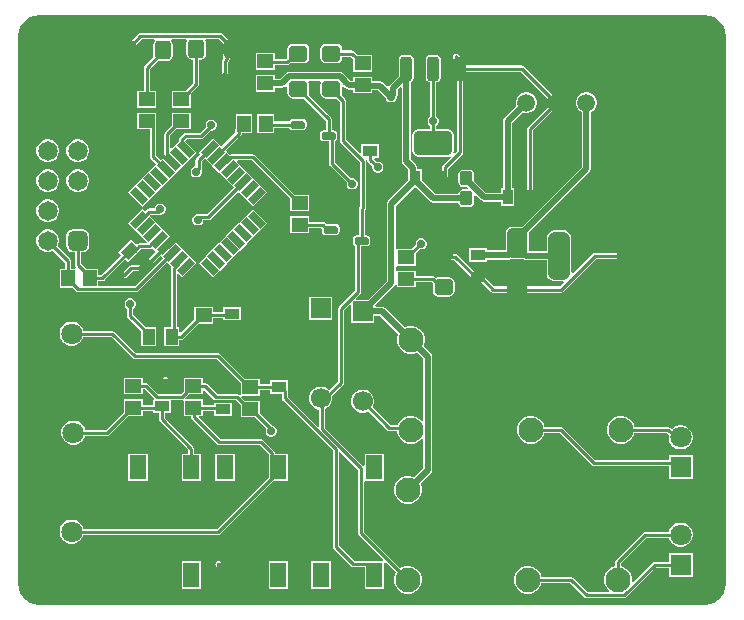
<source format=gtl>
G04*
G04 #@! TF.GenerationSoftware,Altium Limited,Altium Designer,24.3.1 (35)*
G04*
G04 Layer_Physical_Order=1*
G04 Layer_Color=255*
%FSLAX44Y44*%
%MOMM*%
G71*
G04*
G04 #@! TF.SameCoordinates,D3E0E713-3D92-444F-8C26-48F8A9162C24*
G04*
G04*
G04 #@! TF.FilePolarity,Positive*
G04*
G01*
G75*
%ADD11C,0.2540*%
G04:AMPARAMS|DCode=17|XSize=3.3mm|YSize=2.1mm|CornerRadius=0.525mm|HoleSize=0mm|Usage=FLASHONLY|Rotation=0.000|XOffset=0mm|YOffset=0mm|HoleType=Round|Shape=RoundedRectangle|*
%AMROUNDEDRECTD17*
21,1,3.3000,1.0500,0,0,0.0*
21,1,2.2500,2.1000,0,0,0.0*
1,1,1.0500,1.1250,-0.5250*
1,1,1.0500,-1.1250,-0.5250*
1,1,1.0500,-1.1250,0.5250*
1,1,1.0500,1.1250,0.5250*
%
%ADD17ROUNDEDRECTD17*%
G04:AMPARAMS|DCode=18|XSize=1mm|YSize=2.1mm|CornerRadius=0.25mm|HoleSize=0mm|Usage=FLASHONLY|Rotation=0.000|XOffset=0mm|YOffset=0mm|HoleType=Round|Shape=RoundedRectangle|*
%AMROUNDEDRECTD18*
21,1,1.0000,1.6000,0,0,0.0*
21,1,0.5000,2.1000,0,0,0.0*
1,1,0.5000,0.2500,-0.8000*
1,1,0.5000,-0.2500,-0.8000*
1,1,0.5000,-0.2500,0.8000*
1,1,0.5000,0.2500,0.8000*
%
%ADD18ROUNDEDRECTD18*%
%ADD19R,1.3000X0.9000*%
%ADD20R,1.3500X1.1500*%
G04:AMPARAMS|DCode=21|XSize=1.475mm|YSize=0.6mm|CornerRadius=0mm|HoleSize=0mm|Usage=FLASHONLY|Rotation=135.000|XOffset=0mm|YOffset=0mm|HoleType=Round|Shape=Rectangle|*
%AMROTATEDRECTD21*
4,1,4,0.7336,-0.3094,0.3094,-0.7336,-0.7336,0.3094,-0.3094,0.7336,0.7336,-0.3094,0.0*
%
%ADD21ROTATEDRECTD21*%

G04:AMPARAMS|DCode=22|XSize=1.475mm|YSize=0.6mm|CornerRadius=0mm|HoleSize=0mm|Usage=FLASHONLY|Rotation=45.000|XOffset=0mm|YOffset=0mm|HoleType=Round|Shape=Rectangle|*
%AMROTATEDRECTD22*
4,1,4,-0.3094,-0.7336,-0.7336,-0.3094,0.3094,0.7336,0.7336,0.3094,-0.3094,-0.7336,0.0*
%
%ADD22ROTATEDRECTD22*%

G04:AMPARAMS|DCode=23|XSize=0.65mm|YSize=1.2mm|CornerRadius=0.1625mm|HoleSize=0mm|Usage=FLASHONLY|Rotation=90.000|XOffset=0mm|YOffset=0mm|HoleType=Round|Shape=RoundedRectangle|*
%AMROUNDEDRECTD23*
21,1,0.6500,0.8750,0,0,90.0*
21,1,0.3250,1.2000,0,0,90.0*
1,1,0.3250,0.4375,0.1625*
1,1,0.3250,0.4375,-0.1625*
1,1,0.3250,-0.4375,-0.1625*
1,1,0.3250,-0.4375,0.1625*
%
%ADD23ROUNDEDRECTD23*%
G04:AMPARAMS|DCode=24|XSize=1.08mm|YSize=1.22mm|CornerRadius=0.27mm|HoleSize=0mm|Usage=FLASHONLY|Rotation=0.000|XOffset=0mm|YOffset=0mm|HoleType=Round|Shape=RoundedRectangle|*
%AMROUNDEDRECTD24*
21,1,1.0800,0.6800,0,0,0.0*
21,1,0.5400,1.2200,0,0,0.0*
1,1,0.5400,0.2700,-0.3400*
1,1,0.5400,-0.2700,-0.3400*
1,1,0.5400,-0.2700,0.3400*
1,1,0.5400,0.2700,0.3400*
%
%ADD24ROUNDEDRECTD24*%
G04:AMPARAMS|DCode=25|XSize=1.7mm|YSize=2.5mm|CornerRadius=0.425mm|HoleSize=0mm|Usage=FLASHONLY|Rotation=0.000|XOffset=0mm|YOffset=0mm|HoleType=Round|Shape=RoundedRectangle|*
%AMROUNDEDRECTD25*
21,1,1.7000,1.6500,0,0,0.0*
21,1,0.8500,2.5000,0,0,0.0*
1,1,0.8500,0.4250,-0.8250*
1,1,0.8500,-0.4250,-0.8250*
1,1,0.8500,-0.4250,0.8250*
1,1,0.8500,0.4250,0.8250*
%
%ADD25ROUNDEDRECTD25*%
%ADD26R,0.9000X1.3000*%
%ADD27R,1.1500X1.3500*%
G04:AMPARAMS|DCode=28|XSize=0.9mm|YSize=1.3mm|CornerRadius=0mm|HoleSize=0mm|Usage=FLASHONLY|Rotation=315.000|XOffset=0mm|YOffset=0mm|HoleType=Round|Shape=Rectangle|*
%AMROTATEDRECTD28*
4,1,4,-0.7778,-0.1414,0.1414,0.7778,0.7778,0.1414,-0.1414,-0.7778,-0.7778,-0.1414,0.0*
%
%ADD28ROTATEDRECTD28*%

G04:AMPARAMS|DCode=29|XSize=1.6mm|YSize=1.4mm|CornerRadius=0.35mm|HoleSize=0mm|Usage=FLASHONLY|Rotation=0.000|XOffset=0mm|YOffset=0mm|HoleType=Round|Shape=RoundedRectangle|*
%AMROUNDEDRECTD29*
21,1,1.6000,0.7000,0,0,0.0*
21,1,0.9000,1.4000,0,0,0.0*
1,1,0.7000,0.4500,-0.3500*
1,1,0.7000,-0.4500,-0.3500*
1,1,0.7000,-0.4500,0.3500*
1,1,0.7000,0.4500,0.3500*
%
%ADD29ROUNDEDRECTD29*%
%ADD30R,1.0000X1.4000*%
G04:AMPARAMS|DCode=31|XSize=1.6mm|YSize=1.4mm|CornerRadius=0.35mm|HoleSize=0mm|Usage=FLASHONLY|Rotation=90.000|XOffset=0mm|YOffset=0mm|HoleType=Round|Shape=RoundedRectangle|*
%AMROUNDEDRECTD31*
21,1,1.6000,0.7000,0,0,90.0*
21,1,0.9000,1.4000,0,0,90.0*
1,1,0.7000,0.3500,0.4500*
1,1,0.7000,0.3500,-0.4500*
1,1,0.7000,-0.3500,-0.4500*
1,1,0.7000,-0.3500,0.4500*
%
%ADD31ROUNDEDRECTD31*%
%ADD32R,1.4000X2.1000*%
%ADD61C,0.5000*%
%ADD62C,1.7000*%
%ADD63R,1.7000X1.7000*%
%ADD64C,1.8000*%
%ADD65R,1.8000X1.8000*%
%ADD66C,2.1000*%
%ADD67C,1.5000*%
G04:AMPARAMS|DCode=68|XSize=4mm|YSize=1.8mm|CornerRadius=0.45mm|HoleSize=0mm|Usage=FLASHONLY|Rotation=0.000|XOffset=0mm|YOffset=0mm|HoleType=Round|Shape=RoundedRectangle|*
%AMROUNDEDRECTD68*
21,1,4.0000,0.9000,0,0,0.0*
21,1,3.1000,1.8000,0,0,0.0*
1,1,0.9000,1.5500,-0.4500*
1,1,0.9000,-1.5500,-0.4500*
1,1,0.9000,-1.5500,0.4500*
1,1,0.9000,1.5500,0.4500*
%
%ADD68ROUNDEDRECTD68*%
G04:AMPARAMS|DCode=69|XSize=4mm|YSize=1.8mm|CornerRadius=0.45mm|HoleSize=0mm|Usage=FLASHONLY|Rotation=270.000|XOffset=0mm|YOffset=0mm|HoleType=Round|Shape=RoundedRectangle|*
%AMROUNDEDRECTD69*
21,1,4.0000,0.9000,0,0,270.0*
21,1,3.1000,1.8000,0,0,270.0*
1,1,0.9000,-0.4500,-1.5500*
1,1,0.9000,-0.4500,1.5500*
1,1,0.9000,0.4500,1.5500*
1,1,0.9000,0.4500,-1.5500*
%
%ADD69ROUNDEDRECTD69*%
%ADD70C,7.0000*%
%ADD71C,1.6500*%
G04:AMPARAMS|DCode=72|XSize=1.65mm|YSize=1.65mm|CornerRadius=0.4125mm|HoleSize=0mm|Usage=FLASHONLY|Rotation=90.000|XOffset=0mm|YOffset=0mm|HoleType=Round|Shape=RoundedRectangle|*
%AMROUNDEDRECTD72*
21,1,1.6500,0.8250,0,0,90.0*
21,1,0.8250,1.6500,0,0,90.0*
1,1,0.8250,0.4125,0.4125*
1,1,0.8250,0.4125,-0.4125*
1,1,0.8250,-0.4125,-0.4125*
1,1,0.8250,-0.4125,0.4125*
%
%ADD72ROUNDEDRECTD72*%
%ADD73C,0.7000*%
G36*
X580000Y500000D02*
X581970D01*
X585834Y499231D01*
X589473Y497724D01*
X592749Y495535D01*
X595535Y492749D01*
X597724Y489473D01*
X599231Y485834D01*
X600000Y481970D01*
Y480000D01*
X600000Y480000D01*
X600000Y480000D01*
Y20000D01*
Y18030D01*
X599231Y14166D01*
X597724Y10526D01*
X595535Y7251D01*
X592749Y4465D01*
X589473Y2276D01*
X585834Y769D01*
X581970Y0D01*
X18030D01*
X14166Y769D01*
X10526Y2276D01*
X7251Y4465D01*
X4465Y7251D01*
X2276Y10526D01*
X769Y14166D01*
X0Y18030D01*
Y20000D01*
X-0Y480000D01*
Y481970D01*
X768Y485834D01*
X2276Y489473D01*
X4465Y492749D01*
X7251Y495535D01*
X10526Y497724D01*
X14166Y499231D01*
X18030Y500000D01*
X20000Y500000D01*
X20000Y500000D01*
X580000Y500000D01*
D02*
G37*
%LPC*%
G36*
X241990Y475483D02*
X232990D01*
X231129Y475113D01*
X229551Y474059D01*
X228497Y472481D01*
X228127Y470620D01*
Y463626D01*
X227190Y462690D01*
X217570D01*
Y467480D01*
X201530D01*
Y453440D01*
X217570D01*
Y457510D01*
X228263D01*
X229254Y457707D01*
X230094Y458269D01*
X231023Y459198D01*
X231129Y459127D01*
X232990Y458757D01*
X241990D01*
X243851Y459127D01*
X245429Y460181D01*
X246483Y461759D01*
X246853Y463620D01*
Y470620D01*
X246483Y472481D01*
X245429Y474059D01*
X243851Y475113D01*
X241990Y475483D01*
D02*
G37*
G36*
X269930D02*
X260930D01*
X259069Y475113D01*
X257491Y474059D01*
X256437Y472481D01*
X256067Y470620D01*
Y463620D01*
X256437Y461759D01*
X257491Y460181D01*
X259069Y459127D01*
X260930Y458757D01*
X269930D01*
X271791Y459127D01*
X273369Y460181D01*
X274423Y461759D01*
X274793Y463620D01*
Y464530D01*
X281737D01*
X284080Y462188D01*
Y451810D01*
X300120D01*
Y465850D01*
X287743D01*
X284641Y468951D01*
X283801Y469513D01*
X282810Y469710D01*
X274793D01*
Y470620D01*
X274423Y472481D01*
X273369Y474059D01*
X271791Y475113D01*
X269930Y475483D01*
D02*
G37*
G36*
X171590Y484300D02*
X103760D01*
X102769Y484103D01*
X101929Y483541D01*
X91119Y472731D01*
X90557Y471891D01*
X90360Y470900D01*
Y469900D01*
X90557Y468909D01*
X91119Y468069D01*
X91959Y467507D01*
X92950Y467310D01*
X93941Y467507D01*
X94781Y468069D01*
X95343Y468909D01*
X95522Y469809D01*
X104833Y479120D01*
X115643D01*
X116028Y477850D01*
X116011Y477839D01*
X114957Y476261D01*
X114587Y474400D01*
Y465400D01*
X114786Y464398D01*
X107389Y457001D01*
X106827Y456161D01*
X106630Y455170D01*
Y435370D01*
X101200D01*
Y421330D01*
X117240D01*
Y435370D01*
X111810D01*
Y454097D01*
X118448Y460736D01*
X119450Y460537D01*
X126450D01*
X128311Y460907D01*
X129889Y461961D01*
X130943Y463539D01*
X131313Y465400D01*
Y474400D01*
X130943Y476261D01*
X129889Y477839D01*
X129872Y477850D01*
X130257Y479120D01*
X142671D01*
X143350Y477850D01*
X143137Y477531D01*
X142767Y475670D01*
Y466670D01*
X143137Y464809D01*
X144191Y463231D01*
X145769Y462177D01*
X147630Y461807D01*
X148540D01*
Y442123D01*
X142079Y435661D01*
X141884Y435370D01*
X130410D01*
Y421330D01*
X146450D01*
Y432580D01*
X146482Y432739D01*
X152961Y439219D01*
X153523Y440059D01*
X153720Y441050D01*
Y461807D01*
X154630D01*
X156491Y462177D01*
X158069Y463231D01*
X159123Y464809D01*
X159493Y466670D01*
Y475670D01*
X159123Y477531D01*
X158910Y477850D01*
X159589Y479120D01*
X170517D01*
X177967Y471670D01*
X174945Y468648D01*
X174384Y467808D01*
X174187Y466817D01*
Y463599D01*
X173429Y462841D01*
X172867Y462001D01*
X172670Y461010D01*
Y447040D01*
X172867Y446049D01*
X173429Y445209D01*
X174269Y444647D01*
X175260Y444450D01*
X176251Y444647D01*
X177091Y445209D01*
X177653Y446049D01*
X177850Y447040D01*
Y459937D01*
X178608Y460695D01*
X179169Y461536D01*
X179366Y462527D01*
Y465744D01*
X181483Y467860D01*
X182121Y467987D01*
X182961Y468549D01*
X183523Y469389D01*
X183720Y470380D01*
Y472170D01*
X183523Y473161D01*
X182961Y474001D01*
X173421Y483541D01*
X172581Y484103D01*
X171590Y484300D01*
D02*
G37*
G36*
X331290Y466254D02*
X326290D01*
X324819Y465961D01*
X323572Y465128D01*
X322739Y463881D01*
X322446Y462410D01*
Y448002D01*
X314985Y440541D01*
X314330Y439561D01*
X313197Y439241D01*
X312873Y439223D01*
X309509Y442587D01*
X308262Y443420D01*
X306791Y443713D01*
X306791Y443713D01*
X300120D01*
Y447350D01*
X284080D01*
Y444174D01*
X281721D01*
X280668Y445227D01*
X279918Y446349D01*
X279918Y446349D01*
X275659Y450608D01*
X274412Y451441D01*
X272941Y451734D01*
X272941Y451734D01*
X229979D01*
X228508Y451441D01*
X227261Y450608D01*
X227261Y450608D01*
X222456Y445804D01*
X217570D01*
Y448980D01*
X201530D01*
Y434940D01*
X217570D01*
Y438116D01*
X224049D01*
X224049Y438116D01*
X225520Y438409D01*
X226767Y439242D01*
X226953Y439428D01*
X228127Y438942D01*
Y433620D01*
X228497Y431759D01*
X229551Y430181D01*
X231129Y429127D01*
X232990Y428757D01*
X241990D01*
X242158Y428790D01*
X260600Y410347D01*
Y402087D01*
X258815D01*
X257686Y401862D01*
X256728Y401222D01*
X256088Y400265D01*
X255863Y399135D01*
Y395885D01*
X256088Y394755D01*
X256728Y393798D01*
X257686Y393158D01*
X258815Y392933D01*
X263705D01*
Y373785D01*
X263902Y372794D01*
X264464Y371954D01*
X278486Y357931D01*
X278440Y357819D01*
Y355921D01*
X279166Y354168D01*
X280508Y352826D01*
X282261Y352100D01*
X284159D01*
X285912Y352826D01*
X287254Y354168D01*
X287980Y355921D01*
Y357819D01*
X287254Y359572D01*
X285912Y360914D01*
X284159Y361640D01*
X282261D01*
X282149Y361594D01*
X268885Y374858D01*
Y393285D01*
X269652Y393798D01*
X270292Y394755D01*
X270517Y395885D01*
Y399135D01*
X270292Y400265D01*
X269652Y401222D01*
X268695Y401862D01*
X267565Y402087D01*
X265780D01*
Y411420D01*
X265583Y412411D01*
X265021Y413251D01*
X246488Y431784D01*
X246853Y433620D01*
Y440620D01*
X246483Y442481D01*
X246186Y442926D01*
X246785Y444046D01*
X256135D01*
X256734Y442926D01*
X256437Y442481D01*
X256067Y440620D01*
Y433620D01*
X256437Y431759D01*
X257491Y430181D01*
X259069Y429127D01*
X260930Y428757D01*
X269930D01*
X270098Y428790D01*
X273000Y425887D01*
Y393008D01*
X273197Y392017D01*
X273759Y391177D01*
X289510Y375425D01*
Y337115D01*
X289299Y336904D01*
X288737Y336064D01*
X288540Y335073D01*
Y313187D01*
X286755D01*
X285625Y312962D01*
X284668Y312322D01*
X284028Y311365D01*
X283803Y310235D01*
Y306985D01*
X284028Y305855D01*
X284668Y304898D01*
X285435Y304385D01*
Y266510D01*
X271767Y252841D01*
X271205Y252001D01*
X271008Y251010D01*
Y189581D01*
X263522Y182095D01*
X262539Y183078D01*
X260311Y184364D01*
X257826Y185030D01*
X255254D01*
X252769Y184364D01*
X250541Y183078D01*
X248722Y181259D01*
X247436Y179031D01*
X246770Y176546D01*
Y173974D01*
X247436Y171489D01*
X248722Y169261D01*
X250541Y167442D01*
X252769Y166156D01*
X255220Y165499D01*
Y151434D01*
X254047Y150948D01*
X228800Y176195D01*
Y181530D01*
X228750Y181780D01*
Y190530D01*
X213210D01*
Y187100D01*
X204870D01*
Y191530D01*
X192493D01*
X171371Y212651D01*
X170531Y213213D01*
X169540Y213410D01*
X100133D01*
X81841Y231701D01*
X81001Y232263D01*
X80010Y232460D01*
X55658D01*
X55290Y233834D01*
X53938Y236176D01*
X52026Y238088D01*
X49684Y239440D01*
X47072Y240140D01*
X44368D01*
X41756Y239440D01*
X39414Y238088D01*
X37502Y236176D01*
X36150Y233834D01*
X35450Y231222D01*
Y228518D01*
X36150Y225906D01*
X37502Y223564D01*
X39414Y221652D01*
X41756Y220300D01*
X44368Y219600D01*
X47072D01*
X49684Y220300D01*
X52026Y221652D01*
X53938Y223564D01*
X55290Y225906D01*
X55658Y227280D01*
X78937D01*
X97229Y208989D01*
X98069Y208427D01*
X99060Y208230D01*
X168467D01*
X188830Y187868D01*
Y178489D01*
X188277Y178109D01*
X187560Y177895D01*
X186924Y178320D01*
X185933Y178517D01*
X169304D01*
X160209Y187611D01*
X159369Y188173D01*
X158378Y188370D01*
X156610D01*
Y192800D01*
X140570D01*
Y181550D01*
X140538Y181391D01*
X138267Y179120D01*
X119171D01*
X110679Y187611D01*
X109839Y188173D01*
X108848Y188370D01*
X105810D01*
Y192800D01*
X89770D01*
Y178760D01*
X105810D01*
Y183190D01*
X107775D01*
X115625Y175340D01*
X115099Y174070D01*
X114150D01*
Y169870D01*
X105810D01*
Y174300D01*
X89770D01*
Y163923D01*
X74487Y148640D01*
X56928D01*
X56560Y150014D01*
X55208Y152356D01*
X53296Y154268D01*
X50954Y155620D01*
X48342Y156320D01*
X45638D01*
X43026Y155620D01*
X40684Y154268D01*
X38772Y152356D01*
X37420Y150014D01*
X36720Y147402D01*
Y144698D01*
X37420Y142086D01*
X38772Y139744D01*
X40684Y137832D01*
X43026Y136480D01*
X45638Y135780D01*
X48342D01*
X50954Y136480D01*
X53296Y137832D01*
X55208Y139744D01*
X56560Y142086D01*
X56928Y143460D01*
X75560D01*
X76551Y143657D01*
X77391Y144219D01*
X93433Y160260D01*
X105810D01*
Y164690D01*
X114150D01*
Y162530D01*
X119330D01*
Y157480D01*
X119527Y156489D01*
X120089Y155649D01*
X144370Y131367D01*
Y128390D01*
X138690D01*
Y104850D01*
X155230D01*
Y128390D01*
X149550D01*
Y132440D01*
X149353Y133431D01*
X148791Y134271D01*
X124510Y158553D01*
Y162530D01*
X129690D01*
Y173940D01*
X139340D01*
X140570Y172890D01*
Y160260D01*
X146812D01*
Y159208D01*
X147009Y158217D01*
X147571Y157377D01*
X168349Y136599D01*
X169189Y136037D01*
X170180Y135840D01*
X204667D01*
X212350Y128158D01*
Y108512D01*
X168657Y64820D01*
X55658D01*
X55290Y66194D01*
X53938Y68536D01*
X52026Y70448D01*
X49684Y71800D01*
X47072Y72500D01*
X44368D01*
X41756Y71800D01*
X39414Y70448D01*
X37502Y68536D01*
X36150Y66194D01*
X35450Y63582D01*
Y60878D01*
X36150Y58266D01*
X37502Y55924D01*
X39414Y54012D01*
X41756Y52660D01*
X44368Y51960D01*
X47072D01*
X49684Y52660D01*
X52026Y54012D01*
X53938Y55924D01*
X55290Y58266D01*
X55658Y59640D01*
X169730D01*
X170721Y59837D01*
X171561Y60399D01*
X216012Y104850D01*
X228890D01*
Y128390D01*
X217771D01*
Y128989D01*
X217574Y129980D01*
X217012Y130820D01*
X207571Y140261D01*
X206731Y140823D01*
X205740Y141020D01*
X171253D01*
X153186Y159087D01*
X153672Y160260D01*
X156610D01*
Y164690D01*
X166220D01*
Y159990D01*
X181760D01*
Y171530D01*
X166220D01*
Y169870D01*
X156610D01*
Y174300D01*
X142569D01*
X142043Y175570D01*
X144941Y178469D01*
X145136Y178760D01*
X156610D01*
Y182089D01*
X157880Y182615D01*
X166400Y174096D01*
X167240Y173534D01*
X168231Y173337D01*
X184860D01*
X188830Y169368D01*
Y158990D01*
X201208D01*
X210466Y149732D01*
X209860Y148269D01*
Y146371D01*
X210586Y144618D01*
X211928Y143276D01*
X213681Y142550D01*
X215579D01*
X217332Y143276D01*
X218674Y144618D01*
X219400Y146371D01*
Y148269D01*
X218674Y150022D01*
X217332Y151364D01*
X215579Y152090D01*
X215432D01*
X204870Y162652D01*
Y173030D01*
X192493D01*
X189303Y176220D01*
X189829Y177490D01*
X204870D01*
Y181920D01*
X213210D01*
Y178990D01*
X223620D01*
Y175122D01*
X223817Y174131D01*
X224379Y173291D01*
X266650Y131019D01*
Y49530D01*
X266847Y48539D01*
X267409Y47699D01*
X282089Y33019D01*
X282929Y32457D01*
X283920Y32260D01*
X293630D01*
Y13850D01*
X310170D01*
Y36161D01*
X311440Y36688D01*
X320243Y27884D01*
X319232Y26133D01*
X318430Y23140D01*
Y20040D01*
X319232Y17047D01*
X320782Y14363D01*
X322973Y12172D01*
X325657Y10622D01*
X328650Y9820D01*
X331750D01*
X334743Y10622D01*
X337427Y12172D01*
X339618Y14363D01*
X341168Y17047D01*
X341970Y20040D01*
Y23140D01*
X341168Y26133D01*
X339618Y28817D01*
X337427Y31008D01*
X334743Y32558D01*
X331750Y33360D01*
X328650D01*
X325657Y32558D01*
X323906Y31547D01*
X293420Y62033D01*
Y103667D01*
X293630Y104850D01*
X294690Y104850D01*
X310170D01*
Y128390D01*
X293630D01*
Y118485D01*
X293549Y118422D01*
X292360Y118023D01*
X260400Y149983D01*
Y166207D01*
X262539Y167442D01*
X264358Y169261D01*
X265644Y171489D01*
X266310Y173974D01*
Y176546D01*
X266096Y177344D01*
X275429Y186677D01*
X275991Y187517D01*
X276188Y188508D01*
Y249937D01*
X281157Y254906D01*
X282330Y254420D01*
Y239150D01*
X301870D01*
Y245076D01*
X307018D01*
X322134Y229960D01*
X321772Y229333D01*
X320970Y226340D01*
Y223240D01*
X321772Y220247D01*
X323322Y217563D01*
X325513Y215372D01*
X328197Y213822D01*
X331190Y213020D01*
X334290D01*
X337283Y213822D01*
X337910Y214184D01*
X343166Y208928D01*
Y156450D01*
X341896Y156079D01*
X339967Y158008D01*
X337283Y159558D01*
X334290Y160360D01*
X331190D01*
X328197Y159558D01*
X325513Y158008D01*
X323322Y155817D01*
X321772Y153133D01*
X321708Y152893D01*
X315590D01*
X300593Y167890D01*
X301204Y168949D01*
X301870Y171434D01*
Y174006D01*
X301204Y176491D01*
X299918Y178719D01*
X298099Y180538D01*
X295871Y181824D01*
X293386Y182490D01*
X290814D01*
X288329Y181824D01*
X286101Y180538D01*
X284282Y178719D01*
X282996Y176491D01*
X282330Y174006D01*
Y171434D01*
X282996Y168949D01*
X284282Y166721D01*
X286101Y164902D01*
X288329Y163616D01*
X290814Y162950D01*
X293386D01*
X295871Y163616D01*
X296930Y164227D01*
X312686Y148472D01*
X313526Y147910D01*
X314517Y147713D01*
X320970D01*
Y147040D01*
X321772Y144047D01*
X323322Y141363D01*
X325513Y139172D01*
X328197Y137622D01*
X331190Y136820D01*
X334290D01*
X337283Y137622D01*
X339967Y139172D01*
X341896Y141101D01*
X343166Y140730D01*
Y116192D01*
X335370Y108396D01*
X334743Y108758D01*
X331750Y109560D01*
X328650D01*
X325657Y108758D01*
X322973Y107208D01*
X320782Y105017D01*
X319232Y102333D01*
X318430Y99340D01*
Y96240D01*
X319232Y93247D01*
X320782Y90563D01*
X322973Y88372D01*
X325657Y86822D01*
X328650Y86020D01*
X331750D01*
X334743Y86822D01*
X337427Y88372D01*
X339618Y90563D01*
X341168Y93247D01*
X341970Y96240D01*
Y99340D01*
X341168Y102333D01*
X340806Y102960D01*
X349728Y111882D01*
X350561Y113129D01*
X350854Y114600D01*
X350854Y114600D01*
Y210520D01*
X350854Y210520D01*
X350561Y211991D01*
X349728Y213238D01*
X349728Y213238D01*
X343346Y219620D01*
X343708Y220247D01*
X344510Y223240D01*
Y226340D01*
X343708Y229333D01*
X342158Y232017D01*
X339967Y234208D01*
X337283Y235758D01*
X334290Y236560D01*
X331190D01*
X328197Y235758D01*
X327570Y235396D01*
X311328Y251638D01*
X310081Y252471D01*
X308610Y252764D01*
X308610Y252764D01*
X303176D01*
X302650Y254034D01*
X318948Y270332D01*
X319640Y271368D01*
X320606Y271270D01*
X320910Y271156D01*
Y269120D01*
X336950D01*
Y273550D01*
X350740D01*
X351317Y272974D01*
Y265980D01*
X351687Y264119D01*
X352741Y262541D01*
X354319Y261487D01*
X356180Y261117D01*
X365180D01*
X367041Y261487D01*
X368619Y262541D01*
X369673Y264119D01*
X370043Y265980D01*
Y272980D01*
X369673Y274841D01*
X368619Y276419D01*
X367041Y277473D01*
X365180Y277843D01*
X356180D01*
X354319Y277473D01*
X354213Y277402D01*
X353644Y277971D01*
X352804Y278533D01*
X351813Y278730D01*
X336950D01*
Y283160D01*
X321344D01*
X320910Y283160D01*
X320074Y284084D01*
Y286696D01*
X320910Y287620D01*
X321344Y287620D01*
X336950D01*
Y297997D01*
X340378Y301426D01*
X340681Y301300D01*
X342579D01*
X344332Y302026D01*
X345674Y303368D01*
X346400Y305121D01*
Y307019D01*
X345674Y308772D01*
X344332Y310114D01*
X342579Y310840D01*
X340681D01*
X338928Y310114D01*
X337586Y308772D01*
X336860Y307019D01*
Y305233D01*
X333288Y301660D01*
X321344D01*
X320910Y301660D01*
X320074Y302584D01*
Y338108D01*
X336146Y354180D01*
X336814D01*
X349052Y341942D01*
X349052Y341942D01*
X350299Y341109D01*
X351770Y340816D01*
X373070D01*
X373290Y339711D01*
X374168Y338398D01*
X375481Y337520D01*
X377030Y337212D01*
X382430D01*
X383979Y337520D01*
X385292Y338398D01*
X386170Y339711D01*
X386478Y341260D01*
Y346780D01*
X387748Y347306D01*
X392332Y342722D01*
X393579Y341889D01*
X395050Y341596D01*
X395050Y341596D01*
X408910D01*
Y337670D01*
X420450D01*
Y353210D01*
X418524D01*
Y408008D01*
X427657Y417141D01*
X429375Y416680D01*
X431685D01*
X433915Y417278D01*
X435915Y418432D01*
X437548Y420065D01*
X438702Y422065D01*
X439300Y424295D01*
Y426605D01*
X438702Y428835D01*
X437548Y430835D01*
X435915Y432468D01*
X433915Y433622D01*
X431685Y434220D01*
X429375D01*
X427145Y433622D01*
X425145Y432468D01*
X423512Y430835D01*
X422358Y428835D01*
X421760Y426605D01*
Y424295D01*
X422221Y422577D01*
X411962Y412318D01*
X411129Y411071D01*
X410836Y409600D01*
X410836Y409600D01*
Y353210D01*
X408910D01*
Y349284D01*
X396642D01*
X386478Y359448D01*
Y364860D01*
X386170Y366409D01*
X385292Y367722D01*
X383979Y368600D01*
X382430Y368908D01*
X377030D01*
X375481Y368600D01*
X374168Y367722D01*
X373290Y366409D01*
X372982Y364860D01*
Y358060D01*
X373290Y356511D01*
X374168Y355198D01*
X375481Y354320D01*
X377030Y354012D01*
X380651D01*
X381142Y353378D01*
X380561Y352108D01*
X377030D01*
X375481Y351800D01*
X374168Y350922D01*
X373290Y349609D01*
X373070Y348504D01*
X353362D01*
X342250Y359616D01*
Y369720D01*
X339301D01*
X338324Y370370D01*
X338031Y371841D01*
X337198Y373088D01*
X332634Y377652D01*
Y442833D01*
X332761Y442859D01*
X334008Y443692D01*
X334841Y444939D01*
X335134Y446410D01*
Y462410D01*
X334841Y463881D01*
X334008Y465128D01*
X332761Y465961D01*
X331290Y466254D01*
D02*
G37*
G36*
X216930Y415690D02*
X202890D01*
Y399650D01*
X216930D01*
Y404420D01*
X230055D01*
X230088Y404255D01*
X230728Y403298D01*
X231686Y402658D01*
X232815Y402433D01*
X241565D01*
X242695Y402658D01*
X243652Y403298D01*
X244292Y404255D01*
X244517Y405385D01*
Y408635D01*
X244292Y409765D01*
X243652Y410722D01*
X242695Y411362D01*
X241565Y411587D01*
X232815D01*
X231686Y411362D01*
X230728Y410722D01*
X230088Y409765D01*
X230055Y409600D01*
X216930D01*
Y415690D01*
D02*
G37*
G36*
X198430D02*
X184390D01*
Y403440D01*
X184340Y403190D01*
Y400437D01*
X172507Y388604D01*
X165662Y395448D01*
X153436Y383223D01*
X154624Y382034D01*
X151243Y378653D01*
X150681Y377813D01*
X150484Y376822D01*
Y371800D01*
X150181D01*
X148428Y371074D01*
X147086Y369732D01*
X146360Y367979D01*
Y366081D01*
X147086Y364328D01*
X148428Y362986D01*
X150181Y362260D01*
X152079D01*
X153832Y362986D01*
X155174Y364328D01*
X155900Y366081D01*
Y367979D01*
X155607Y368687D01*
X155664Y368974D01*
Y375749D01*
X158287Y378372D01*
X164750Y371909D01*
X170406Y366252D01*
X176063Y360595D01*
X182908Y353750D01*
X160082Y330924D01*
X154344D01*
X154057Y330867D01*
X153349Y331160D01*
X151451D01*
X149698Y330434D01*
X148356Y329092D01*
X147630Y327339D01*
Y325441D01*
X148356Y323688D01*
X149698Y322346D01*
X151451Y321620D01*
X153349D01*
X155102Y322346D01*
X156444Y323688D01*
X157170Y325441D01*
Y325744D01*
X161155D01*
X162146Y325941D01*
X162986Y326503D01*
X186571Y350088D01*
X193034Y343625D01*
X199073Y337586D01*
X211298Y349812D01*
X205260Y355850D01*
X199603Y361507D01*
X193946Y367164D01*
X185651Y375459D01*
X186138Y376632D01*
X198185D01*
X230740Y344077D01*
Y333700D01*
X246780D01*
Y347740D01*
X234403D01*
X201089Y381053D01*
X200249Y381614D01*
X199258Y381812D01*
X180548D01*
X179557Y381614D01*
X179520Y381590D01*
X177067Y384043D01*
X176391Y385163D01*
X188761Y397533D01*
X189323Y398373D01*
X189520Y399364D01*
Y399650D01*
X198430D01*
Y415690D01*
D02*
G37*
G36*
X371060Y467190D02*
X370069Y466993D01*
X369229Y466431D01*
X368667Y465591D01*
X368470Y464600D01*
Y464306D01*
X368667Y463315D01*
X369229Y462474D01*
X372200Y459503D01*
Y454410D01*
Y384753D01*
X369962Y382514D01*
X368885Y383234D01*
X369392Y384458D01*
X369616Y386160D01*
Y396660D01*
X369392Y398362D01*
X368735Y399948D01*
X367690Y401310D01*
X366328Y402355D01*
X364742Y403012D01*
X363040Y403236D01*
X354380D01*
Y406120D01*
X354492Y406166D01*
X355834Y407508D01*
X356560Y409261D01*
Y411159D01*
X355834Y412912D01*
X354492Y414254D01*
X354380Y414300D01*
Y442584D01*
X355761Y442859D01*
X357008Y443692D01*
X357841Y444939D01*
X358134Y446410D01*
Y462410D01*
X357841Y463881D01*
X357008Y465128D01*
X355761Y465961D01*
X354290Y466254D01*
X349290D01*
X347819Y465961D01*
X346572Y465128D01*
X345739Y463881D01*
X345446Y462410D01*
Y446410D01*
X345739Y444939D01*
X346572Y443692D01*
X347819Y442859D01*
X349200Y442584D01*
Y414300D01*
X349088Y414254D01*
X347746Y412912D01*
X347020Y411159D01*
Y409261D01*
X347746Y407508D01*
X349088Y406166D01*
X349200Y406120D01*
Y403236D01*
X340540D01*
X338838Y403012D01*
X337252Y402355D01*
X335890Y401310D01*
X334845Y399948D01*
X334188Y398362D01*
X333964Y396660D01*
Y386160D01*
X334188Y384458D01*
X334845Y382872D01*
X335890Y381510D01*
X337252Y380465D01*
X338838Y379808D01*
X340540Y379584D01*
X363040D01*
X364742Y379808D01*
X365966Y380315D01*
X366686Y379238D01*
X360051Y372603D01*
X359490Y371763D01*
X359292Y370772D01*
Y365425D01*
X357649Y363781D01*
X357087Y362941D01*
X356890Y361950D01*
X357087Y360959D01*
X357649Y360119D01*
X358489Y359557D01*
X359480Y359360D01*
X360471Y359557D01*
X361311Y360119D01*
X363713Y362521D01*
X364275Y363361D01*
X364472Y364352D01*
Y369699D01*
X376621Y381849D01*
X377183Y382689D01*
X377380Y383680D01*
Y451820D01*
X425897D01*
X452267Y425450D01*
X431849Y405031D01*
X431287Y404191D01*
X431090Y403200D01*
Y345440D01*
X431287Y344449D01*
X431849Y343609D01*
X432689Y343047D01*
X433680Y342850D01*
X434671Y343047D01*
X435511Y343609D01*
X436073Y344449D01*
X436270Y345440D01*
Y402127D01*
X457761Y423619D01*
X458323Y424459D01*
X458520Y425450D01*
X458323Y426441D01*
X457761Y427281D01*
X428801Y456241D01*
X427961Y456803D01*
X426970Y457000D01*
X377380D01*
Y460576D01*
X377183Y461567D01*
X376621Y462407D01*
X373456Y465572D01*
X373453Y465591D01*
X372891Y466431D01*
X372051Y466993D01*
X371060Y467190D01*
D02*
G37*
G36*
X146450Y416870D02*
X130410D01*
Y406493D01*
X124867Y400950D01*
X124306Y400110D01*
X124109Y399119D01*
Y381668D01*
X124306Y380677D01*
X124331Y380641D01*
X120979Y377290D01*
X117290Y380980D01*
Y405370D01*
X117240Y405620D01*
Y416870D01*
X101200D01*
Y402830D01*
X112110D01*
Y379907D01*
X112307Y378916D01*
X112869Y378076D01*
X117317Y373627D01*
X110472Y366782D01*
X104815Y361125D01*
X99158Y355469D01*
X93502Y349812D01*
X105727Y337586D01*
X111384Y343243D01*
X117041Y348900D01*
X122698Y354557D01*
X128355Y360213D01*
X134012Y365870D01*
X139669Y371527D01*
X145325Y377184D01*
X151364Y383223D01*
X141728Y392859D01*
Y393393D01*
X143255Y394920D01*
X155338D01*
X156329Y395117D01*
X157170Y395679D01*
X163121Y401630D01*
X164779D01*
X166532Y402356D01*
X167874Y403698D01*
X168600Y405451D01*
Y407349D01*
X167874Y409102D01*
X166532Y410444D01*
X164779Y411170D01*
X162881D01*
X161128Y410444D01*
X159786Y409102D01*
X159060Y407349D01*
Y405451D01*
X159223Y405057D01*
X154266Y400100D01*
X142182D01*
X141191Y399903D01*
X140351Y399341D01*
X137307Y396297D01*
X136746Y395457D01*
X136548Y394466D01*
Y392859D01*
X130462Y386772D01*
X129289Y387258D01*
Y398046D01*
X134073Y402830D01*
X146450D01*
Y416870D01*
D02*
G37*
G36*
X52053Y394330D02*
X49547D01*
X47125Y393681D01*
X44955Y392428D01*
X43182Y390655D01*
X41929Y388485D01*
X41280Y386063D01*
Y383557D01*
X41929Y381135D01*
X43182Y378965D01*
X44955Y377192D01*
X47125Y375939D01*
X49547Y375290D01*
X52053D01*
X54475Y375939D01*
X56645Y377192D01*
X58418Y378965D01*
X59671Y381135D01*
X60320Y383557D01*
Y386063D01*
X59671Y388485D01*
X58418Y390655D01*
X56645Y392428D01*
X54475Y393681D01*
X52053Y394330D01*
D02*
G37*
G36*
X26653D02*
X24147D01*
X21725Y393681D01*
X19555Y392428D01*
X17782Y390655D01*
X16529Y388485D01*
X15880Y386063D01*
Y383557D01*
X16529Y381135D01*
X17782Y378965D01*
X19555Y377192D01*
X21725Y375939D01*
X24147Y375290D01*
X26653D01*
X29075Y375939D01*
X31245Y377192D01*
X33018Y378965D01*
X34271Y381135D01*
X34920Y383557D01*
Y386063D01*
X34271Y388485D01*
X33018Y390655D01*
X31245Y392428D01*
X29075Y393681D01*
X26653Y394330D01*
D02*
G37*
G36*
X52053Y368930D02*
X49547D01*
X47125Y368281D01*
X44955Y367028D01*
X43182Y365255D01*
X41929Y363085D01*
X41280Y360663D01*
Y358157D01*
X41929Y355735D01*
X43182Y353565D01*
X44955Y351792D01*
X47125Y350539D01*
X49547Y349890D01*
X52053D01*
X54475Y350539D01*
X56645Y351792D01*
X58418Y353565D01*
X59671Y355735D01*
X60320Y358157D01*
Y360663D01*
X59671Y363085D01*
X58418Y365255D01*
X56645Y367028D01*
X54475Y368281D01*
X52053Y368930D01*
D02*
G37*
G36*
X26653D02*
X24147D01*
X21725Y368281D01*
X19555Y367028D01*
X17782Y365255D01*
X16529Y363085D01*
X15880Y360663D01*
Y358157D01*
X16529Y355735D01*
X17782Y353565D01*
X19555Y351792D01*
X21725Y350539D01*
X24147Y349890D01*
X26653D01*
X29075Y350539D01*
X31245Y351792D01*
X33018Y353565D01*
X34271Y355735D01*
X34920Y358157D01*
Y360663D01*
X34271Y363085D01*
X33018Y365255D01*
X31245Y367028D01*
X29075Y368281D01*
X26653Y368930D01*
D02*
G37*
G36*
X121599Y340050D02*
X119701D01*
X117948Y339324D01*
X116606Y337982D01*
X115880Y336229D01*
Y335926D01*
X111498D01*
X110507Y335729D01*
X109666Y335167D01*
X107870Y333371D01*
X105727Y335514D01*
X93502Y323288D01*
X99158Y317631D01*
X104815Y311975D01*
X109241Y307549D01*
X108755Y306376D01*
X102879D01*
X101888Y306179D01*
X101047Y305617D01*
X100694Y305264D01*
X96297Y309662D01*
X85308Y298673D01*
X87557Y296425D01*
X70582Y279450D01*
X68340D01*
Y284880D01*
X57962D01*
X53390Y289453D01*
Y298984D01*
X54925D01*
X57030Y299403D01*
X58815Y300595D01*
X60007Y302380D01*
X60426Y304485D01*
Y312735D01*
X60007Y314840D01*
X58815Y316625D01*
X57030Y317817D01*
X54925Y318236D01*
X46675D01*
X44570Y317817D01*
X42785Y316625D01*
X41593Y314840D01*
X41174Y312735D01*
Y304485D01*
X41593Y302380D01*
X42785Y300595D01*
X44570Y299403D01*
X46675Y298984D01*
X48210D01*
Y288380D01*
X48407Y287389D01*
X48969Y286549D01*
X49367Y286150D01*
X48842Y284880D01*
X45410D01*
Y291190D01*
X45213Y292181D01*
X44651Y293021D01*
X33710Y303963D01*
X34271Y304935D01*
X34920Y307357D01*
Y309863D01*
X34271Y312285D01*
X33018Y314455D01*
X31245Y316228D01*
X29075Y317481D01*
X26653Y318130D01*
X24147D01*
X21725Y317481D01*
X19555Y316228D01*
X17782Y314455D01*
X16529Y312285D01*
X15880Y309863D01*
Y307357D01*
X16529Y304935D01*
X17782Y302765D01*
X19555Y300992D01*
X21725Y299739D01*
X24147Y299090D01*
X26653D01*
X29075Y299739D01*
X30047Y300300D01*
X40230Y290117D01*
Y284880D01*
X35800D01*
Y268840D01*
X46178D01*
X49279Y265739D01*
X50119Y265177D01*
X51110Y264980D01*
X100391D01*
X101382Y265177D01*
X102222Y265739D01*
X126636Y290153D01*
X129987Y286802D01*
X129963Y286766D01*
X129766Y285775D01*
Y235600D01*
X124130D01*
Y219060D01*
X136670D01*
Y224740D01*
X138340D01*
X139331Y224937D01*
X140171Y225499D01*
X153123Y238450D01*
X165500D01*
Y242880D01*
X173840D01*
Y241220D01*
X189380D01*
Y252760D01*
X173840D01*
Y248060D01*
X165500D01*
Y252490D01*
X149460D01*
Y242113D01*
X137940Y230592D01*
X136670Y231119D01*
Y235600D01*
X134945D01*
Y280185D01*
X136119Y280671D01*
X139138Y277652D01*
X151364Y289877D01*
X145325Y295916D01*
X139669Y301573D01*
X134012Y307230D01*
X128448Y301667D01*
X127462Y302476D01*
X127654Y302763D01*
X127851Y303754D01*
Y306201D01*
X127654Y307192D01*
X127093Y308032D01*
X126474Y308446D01*
X126184Y309415D01*
X126142Y309910D01*
X128737Y312505D01*
X122698Y318543D01*
X117041Y324200D01*
X111533Y329709D01*
X112570Y330746D01*
X118706D01*
X118993Y330803D01*
X119701Y330510D01*
X121599D01*
X123352Y331236D01*
X124694Y332578D01*
X125420Y334331D01*
Y336229D01*
X124694Y337982D01*
X123352Y339324D01*
X121599Y340050D01*
D02*
G37*
G36*
X53048Y338848D02*
X52057Y338651D01*
X51217Y338089D01*
X48969Y335841D01*
X48407Y335001D01*
X48210Y334010D01*
X48407Y333019D01*
X48969Y332179D01*
X49809Y331617D01*
X50800Y331420D01*
X51791Y331617D01*
X52631Y332179D01*
X54879Y334427D01*
X55441Y335267D01*
X55638Y336258D01*
X55441Y337249D01*
X54879Y338089D01*
X54039Y338651D01*
X53048Y338848D01*
D02*
G37*
G36*
X26653Y343530D02*
X24147D01*
X21725Y342881D01*
X19555Y341628D01*
X17782Y339855D01*
X16529Y337685D01*
X15880Y335263D01*
Y332757D01*
X16529Y330335D01*
X17782Y328165D01*
X19555Y326392D01*
X21725Y325139D01*
X24147Y324490D01*
X26653D01*
X29075Y325139D01*
X31245Y326392D01*
X33018Y328165D01*
X34271Y330335D01*
X34920Y332757D01*
Y335263D01*
X34271Y337685D01*
X33018Y339855D01*
X31245Y341628D01*
X29075Y342881D01*
X26653Y343530D01*
D02*
G37*
G36*
X482485Y434220D02*
X480175D01*
X477945Y433622D01*
X475945Y432468D01*
X474312Y430835D01*
X473158Y428835D01*
X472560Y426605D01*
Y424295D01*
X473158Y422065D01*
X474312Y420065D01*
X475945Y418432D01*
X477486Y417542D01*
Y370782D01*
X427320Y320616D01*
X427160Y320648D01*
X418660D01*
X416506Y320220D01*
X414680Y319000D01*
X413460Y317174D01*
X413032Y315020D01*
Y300364D01*
X397660D01*
Y302290D01*
X382120D01*
Y290750D01*
X397660D01*
Y292676D01*
X415713D01*
X415713Y292676D01*
X417184Y292969D01*
X417434Y293136D01*
X418660Y292892D01*
X427160D01*
X428153Y293089D01*
X429246Y292359D01*
X430717Y292066D01*
X448087D01*
Y280410D01*
X448535Y278159D01*
X449810Y276250D01*
X451719Y274975D01*
X453970Y274527D01*
X461585D01*
X462111Y273257D01*
X458713Y269860D01*
X403213D01*
X393721Y279351D01*
X392881Y279913D01*
X391890Y280110D01*
X388963D01*
X372115Y296958D01*
X371274Y297519D01*
X370283Y297716D01*
X366106D01*
X362511Y301311D01*
X361671Y301873D01*
X360680Y302070D01*
X359689Y301873D01*
X358849Y301311D01*
X358287Y300471D01*
X358090Y299480D01*
X358287Y298489D01*
X358849Y297649D01*
X363202Y293295D01*
X364042Y292734D01*
X365033Y292537D01*
X369211D01*
X386059Y275689D01*
X386899Y275127D01*
X387890Y274930D01*
X390817D01*
X400309Y265439D01*
X401149Y264877D01*
X402140Y264680D01*
X459786D01*
X460777Y264877D01*
X461617Y265439D01*
X489499Y293320D01*
X516470D01*
X517461Y293517D01*
X518301Y294079D01*
X518863Y294919D01*
X519060Y295910D01*
X518863Y296901D01*
X518301Y297741D01*
X517461Y298303D01*
X516470Y298500D01*
X488426D01*
X487435Y298303D01*
X486595Y297741D01*
X470123Y281269D01*
X468853Y281796D01*
Y311410D01*
X468405Y313661D01*
X467130Y315570D01*
X465221Y316845D01*
X462970Y317293D01*
X453970D01*
X451719Y316845D01*
X449810Y315570D01*
X448535Y313661D01*
X448087Y311410D01*
Y299754D01*
X432788D01*
Y315020D01*
X432756Y315180D01*
X484048Y366472D01*
X484048Y366472D01*
X484881Y367719D01*
X485174Y369190D01*
Y417542D01*
X486715Y418432D01*
X488348Y420065D01*
X489502Y422065D01*
X490100Y424295D01*
Y426605D01*
X489502Y428835D01*
X488348Y430835D01*
X486715Y432468D01*
X484715Y433622D01*
X482485Y434220D01*
D02*
G37*
G36*
X246780Y329240D02*
X230740D01*
Y315200D01*
X246780D01*
Y319630D01*
X257005D01*
X257803Y318832D01*
Y316485D01*
X258028Y315355D01*
X258668Y314398D01*
X259625Y313758D01*
X260755Y313533D01*
X269505D01*
X270635Y313758D01*
X271592Y314398D01*
X272232Y315355D01*
X272457Y316485D01*
Y319735D01*
X272232Y320865D01*
X271592Y321822D01*
X270635Y322462D01*
X269505Y322687D01*
X261274D01*
X259909Y324051D01*
X259069Y324613D01*
X258078Y324810D01*
X246780D01*
Y329240D01*
D02*
G37*
G36*
X199073Y335514D02*
X193034Y329475D01*
X187377Y323819D01*
X181720Y318162D01*
X176063Y312505D01*
X170406Y306848D01*
X164750Y301191D01*
X159093Y295534D01*
X153436Y289877D01*
X165662Y277652D01*
X171319Y283308D01*
X176975Y288965D01*
X182632Y294622D01*
X188289Y300279D01*
X193946Y305936D01*
X199603Y311593D01*
X205260Y317250D01*
X211298Y323288D01*
X199073Y335514D01*
D02*
G37*
G36*
X266310Y261230D02*
X246770D01*
Y241690D01*
X266310D01*
Y261230D01*
D02*
G37*
G36*
X181610Y230580D02*
X180619Y230383D01*
X179779Y229821D01*
X178759Y228801D01*
X178197Y227961D01*
X178000Y226970D01*
X178197Y225979D01*
X178759Y225139D01*
X179599Y224577D01*
X180590Y224380D01*
X181581Y224577D01*
X182421Y225139D01*
X183441Y226159D01*
X184003Y226999D01*
X184200Y227990D01*
X184003Y228981D01*
X183441Y229821D01*
X182601Y230383D01*
X181610Y230580D01*
D02*
G37*
G36*
X96199Y260040D02*
X94301D01*
X92548Y259314D01*
X91206Y257972D01*
X90480Y256219D01*
Y254321D01*
X91206Y252568D01*
X92548Y251226D01*
X92660Y251180D01*
Y244980D01*
X92857Y243989D01*
X93419Y243149D01*
X104630Y231938D01*
Y219060D01*
X117170D01*
Y235600D01*
X108293D01*
X97840Y246053D01*
Y251180D01*
X97952Y251226D01*
X99294Y252568D01*
X100020Y254321D01*
Y256219D01*
X99294Y257972D01*
X97952Y259314D01*
X96199Y260040D01*
D02*
G37*
G36*
X125150Y193120D02*
X124159Y192923D01*
X123319Y192361D01*
X120089Y189131D01*
X119527Y188291D01*
X119330Y187300D01*
X119527Y186309D01*
X120089Y185469D01*
X120929Y184907D01*
X121920Y184710D01*
X122911Y184907D01*
X123751Y185469D01*
X126981Y188699D01*
X127543Y189539D01*
X127740Y190530D01*
X127543Y191521D01*
X126981Y192361D01*
X126141Y192923D01*
X125150Y193120D01*
D02*
G37*
G36*
X175990Y187350D02*
X171990D01*
X170999Y187153D01*
X170159Y186591D01*
X169597Y185751D01*
X169400Y184760D01*
X169597Y183769D01*
X170159Y182929D01*
X170999Y182367D01*
X171990Y182170D01*
X175990D01*
X176981Y182367D01*
X177821Y182929D01*
X178383Y183769D01*
X178580Y184760D01*
X178383Y185751D01*
X177821Y186591D01*
X176981Y187153D01*
X175990Y187350D01*
D02*
G37*
G36*
X220980Y168350D02*
X218980D01*
X217989Y168153D01*
X217149Y167591D01*
X216587Y166751D01*
X216390Y165760D01*
X216587Y164769D01*
X217149Y163929D01*
X217989Y163367D01*
X218980Y163170D01*
X220980D01*
X221971Y163367D01*
X222811Y163929D01*
X223373Y164769D01*
X223570Y165760D01*
X223373Y166751D01*
X222811Y167591D01*
X221971Y168153D01*
X220980Y168350D01*
D02*
G37*
G36*
X512090Y160360D02*
X508990D01*
X505997Y159558D01*
X503313Y158008D01*
X501122Y155817D01*
X499572Y153133D01*
X498770Y150140D01*
Y147040D01*
X499572Y144047D01*
X501122Y141363D01*
X503313Y139172D01*
X505997Y137622D01*
X508990Y136820D01*
X512090D01*
X515083Y137622D01*
X517767Y139172D01*
X519958Y141363D01*
X521508Y144047D01*
X522031Y146000D01*
X549734D01*
X551297Y144438D01*
X551070Y143592D01*
Y140888D01*
X551770Y138276D01*
X553122Y135934D01*
X555034Y134022D01*
X557376Y132670D01*
X559988Y131970D01*
X562692D01*
X565304Y132670D01*
X567646Y134022D01*
X569558Y135934D01*
X570910Y138276D01*
X571610Y140888D01*
Y143592D01*
X570910Y146204D01*
X569558Y148546D01*
X567646Y150458D01*
X565304Y151810D01*
X562692Y152510D01*
X559988D01*
X557376Y151810D01*
X555034Y150458D01*
X553817Y149242D01*
X552638Y150421D01*
X551798Y150983D01*
X550807Y151180D01*
X522031D01*
X521508Y153133D01*
X519958Y155817D01*
X517767Y158008D01*
X515083Y159558D01*
X512090Y160360D01*
D02*
G37*
G36*
X435890D02*
X432790D01*
X429797Y159558D01*
X427113Y158008D01*
X424922Y155817D01*
X423372Y153133D01*
X422570Y150140D01*
Y147040D01*
X423372Y144047D01*
X424922Y141363D01*
X427113Y139172D01*
X429797Y137622D01*
X432790Y136820D01*
X435890D01*
X438883Y137622D01*
X441567Y139172D01*
X443758Y141363D01*
X445308Y144047D01*
X445831Y146000D01*
X458667D01*
X485849Y118819D01*
X486689Y118257D01*
X487680Y118060D01*
X551070D01*
Y106570D01*
X571610D01*
Y127110D01*
X551070D01*
Y123240D01*
X488753D01*
X461571Y150421D01*
X460731Y150983D01*
X459740Y151180D01*
X445831D01*
X445308Y153133D01*
X443758Y155817D01*
X441567Y158008D01*
X438883Y159558D01*
X435890Y160360D01*
D02*
G37*
G36*
X183890Y128390D02*
X167350D01*
Y104850D01*
X183890D01*
Y128390D01*
D02*
G37*
G36*
X110230D02*
X93690D01*
Y104850D01*
X110230D01*
Y128390D01*
D02*
G37*
G36*
X562692Y69960D02*
X559988D01*
X557376Y69260D01*
X555034Y67908D01*
X553122Y65996D01*
X551770Y63654D01*
X551402Y62280D01*
X530860D01*
X529869Y62083D01*
X529029Y61521D01*
X506169Y38661D01*
X505607Y37821D01*
X505410Y36830D01*
Y33081D01*
X503457Y32558D01*
X500773Y31008D01*
X498582Y28817D01*
X497032Y26133D01*
X496230Y23140D01*
Y20040D01*
X497032Y17047D01*
X498582Y14363D01*
X500535Y12410D01*
X500198Y11140D01*
X482691D01*
X470410Y23421D01*
X469569Y23983D01*
X468578Y24180D01*
X443291D01*
X442768Y26133D01*
X441218Y28817D01*
X439027Y31008D01*
X436343Y32558D01*
X433350Y33360D01*
X430250D01*
X427257Y32558D01*
X424573Y31008D01*
X422382Y28817D01*
X420832Y26133D01*
X420030Y23140D01*
Y20040D01*
X420832Y17047D01*
X422382Y14363D01*
X424573Y12172D01*
X427257Y10622D01*
X430250Y9820D01*
X433350D01*
X436343Y10622D01*
X439027Y12172D01*
X441218Y14363D01*
X442768Y17047D01*
X443291Y19000D01*
X467506D01*
X479787Y6719D01*
X480627Y6157D01*
X481618Y5960D01*
X513401D01*
X514392Y6157D01*
X515233Y6719D01*
X540214Y31700D01*
X551070D01*
Y24020D01*
X571610D01*
Y44560D01*
X551070D01*
Y36880D01*
X539141D01*
X538150Y36683D01*
X537310Y36121D01*
X520906Y19717D01*
X519770Y20377D01*
Y23140D01*
X518968Y26133D01*
X517418Y28817D01*
X515227Y31008D01*
X512543Y32558D01*
X510590Y33081D01*
Y35757D01*
X531933Y57100D01*
X551402D01*
X551770Y55726D01*
X553122Y53384D01*
X555034Y51472D01*
X557376Y50120D01*
X559988Y49420D01*
X562692D01*
X565304Y50120D01*
X567646Y51472D01*
X569558Y53384D01*
X570910Y55726D01*
X571610Y58338D01*
Y61042D01*
X570910Y63654D01*
X569558Y65996D01*
X567646Y67908D01*
X565304Y69260D01*
X562692Y69960D01*
D02*
G37*
G36*
X47550Y41250D02*
X46559Y41053D01*
X45719Y40491D01*
X43889Y38661D01*
X43327Y37821D01*
X43130Y36830D01*
X43327Y35839D01*
X43889Y34999D01*
X44729Y34437D01*
X45720Y34240D01*
X46711Y34437D01*
X47551Y34999D01*
X49381Y36829D01*
X49943Y37669D01*
X50140Y38660D01*
X49943Y39651D01*
X49381Y40491D01*
X48541Y41053D01*
X47550Y41250D01*
D02*
G37*
G36*
X169890Y37440D02*
X168899Y37243D01*
X168059Y36681D01*
X167497Y35841D01*
X167300Y34850D01*
X167497Y33859D01*
X168059Y33019D01*
X168059Y33019D01*
X173030Y28047D01*
Y25620D01*
X173227Y24629D01*
X173789Y23789D01*
X174629Y23227D01*
X175620Y23030D01*
X176611Y23227D01*
X177451Y23789D01*
X178013Y24629D01*
X178210Y25620D01*
Y29120D01*
X178013Y30111D01*
X177451Y30951D01*
X171721Y36681D01*
X170881Y37243D01*
X169890Y37440D01*
D02*
G37*
G36*
X102870Y29120D02*
X101879Y28923D01*
X101039Y28361D01*
X100129Y27451D01*
X99567Y26611D01*
X99370Y25620D01*
X99567Y24629D01*
X100129Y23789D01*
X100969Y23227D01*
X101960Y23030D01*
X102951Y23227D01*
X103791Y23789D01*
X104701Y24699D01*
X105263Y25539D01*
X105460Y26530D01*
X105263Y27521D01*
X104701Y28361D01*
X103861Y28923D01*
X102870Y29120D01*
D02*
G37*
G36*
X265170Y37390D02*
X248630D01*
Y13850D01*
X265170D01*
Y37390D01*
D02*
G37*
G36*
X228890D02*
X212350D01*
Y13850D01*
X228890D01*
Y37390D01*
D02*
G37*
G36*
X155230D02*
X138690D01*
Y13850D01*
X155230D01*
Y37390D01*
D02*
G37*
%LPD*%
G36*
X277411Y437612D02*
X277411Y437612D01*
X278658Y436779D01*
X280129Y436486D01*
X284080D01*
Y433310D01*
X300120D01*
Y436025D01*
X305199D01*
X311460Y429763D01*
Y429581D01*
X312186Y427828D01*
X313528Y426486D01*
X315281Y425760D01*
X317179D01*
X318932Y426486D01*
X320274Y427828D01*
X321000Y429581D01*
Y430151D01*
X321255Y430532D01*
X321547Y432003D01*
Y436231D01*
X323773Y438457D01*
X324946Y437971D01*
Y376060D01*
X324946Y376060D01*
X325239Y374589D01*
X326072Y373342D01*
X330636Y368778D01*
Y363950D01*
X330636Y363950D01*
X330710Y363578D01*
Y359616D01*
X313512Y342418D01*
X312679Y341171D01*
X312386Y339700D01*
X312386Y339700D01*
Y274642D01*
X296434Y258690D01*
X286600D01*
X286114Y259863D01*
X289856Y263606D01*
X290418Y264446D01*
X290615Y265437D01*
Y304033D01*
X295505D01*
X296635Y304258D01*
X297592Y304898D01*
X298232Y305855D01*
X298457Y306985D01*
Y310235D01*
X298232Y311365D01*
X297592Y312322D01*
X296635Y312962D01*
X295505Y313187D01*
X293720D01*
Y334000D01*
X293931Y334211D01*
X294493Y335052D01*
X294690Y336043D01*
Y376498D01*
X294624Y376829D01*
X295640Y377883D01*
X295860Y377828D01*
Y377190D01*
X296057Y376199D01*
X296619Y375359D01*
X300077Y371901D01*
X300030Y371789D01*
Y369891D01*
X300756Y368138D01*
X302098Y366796D01*
X303851Y366070D01*
X305749D01*
X307502Y366796D01*
X308844Y368138D01*
X309570Y369891D01*
Y371789D01*
X308844Y373542D01*
X307502Y374884D01*
X305749Y375610D01*
X303851D01*
X303739Y375564D01*
X301602Y377700D01*
X302129Y378970D01*
X306220D01*
Y390510D01*
X290680D01*
Y383240D01*
X289507Y382754D01*
X278180Y394081D01*
Y426960D01*
X277983Y427951D01*
X277421Y428791D01*
X274428Y431784D01*
X274793Y433620D01*
Y438570D01*
X275967Y439056D01*
X277411Y437612D01*
D02*
G37*
G36*
X288240Y114818D02*
Y60960D01*
X288437Y59969D01*
X288999Y59129D01*
X309468Y38660D01*
X308941Y37390D01*
X296420D01*
X296170Y37440D01*
X284993D01*
X271830Y50603D01*
Y129569D01*
X273003Y130055D01*
X288240Y114818D01*
D02*
G37*
%LPC*%
G36*
X298794Y410307D02*
X297786Y410243D01*
X296878Y409798D01*
X296210Y409040D01*
X295883Y408084D01*
X295947Y407076D01*
X296392Y406168D01*
X296760Y405686D01*
X297518Y405018D01*
X298474Y404691D01*
X299483Y404754D01*
X300390Y405199D01*
X301058Y405957D01*
X301385Y406913D01*
X301321Y407922D01*
X300877Y408829D01*
X300508Y409312D01*
X299750Y409980D01*
X298794Y410307D01*
D02*
G37*
%LPD*%
G36*
X116511Y300279D02*
X117096Y299251D01*
X106486Y288642D01*
X106168Y288165D01*
X105831Y287828D01*
X96160D01*
X95169Y287631D01*
X94329Y287069D01*
X89249Y281990D01*
X87630D01*
X86639Y281793D01*
X85799Y281231D01*
X85237Y280391D01*
X85040Y279400D01*
X85237Y278409D01*
X85799Y277569D01*
X86639Y277007D01*
X87630Y276810D01*
X90322D01*
X91313Y277007D01*
X92153Y277569D01*
X97233Y282649D01*
X106903D01*
X107894Y282846D01*
X108735Y283407D01*
X110149Y284821D01*
X110467Y285298D01*
X120758Y295589D01*
X121786Y295004D01*
X122974Y293816D01*
X99318Y270160D01*
X68340D01*
Y274270D01*
X71655D01*
X72646Y274467D01*
X73486Y275029D01*
X91220Y292762D01*
X93468Y290513D01*
X104151Y301196D01*
X111533D01*
X112524Y301393D01*
X113364Y301955D01*
X114099Y302690D01*
X116511Y300279D01*
D02*
G37*
D11*
X298450Y407740D02*
X298818Y407258D01*
X298450Y377190D02*
Y384740D01*
Y377190D02*
X304800Y370840D01*
X292100Y336043D02*
Y376498D01*
X275590Y393008D02*
X292100Y376498D01*
X275590Y393008D02*
Y426960D01*
X266295Y373785D02*
Y395557D01*
X341360Y306070D02*
X341630D01*
X328930Y294640D02*
X329930D01*
X341360Y306070D01*
X257810Y172720D02*
X273598Y188508D01*
X351790Y410210D02*
Y454410D01*
Y391410D02*
Y410210D01*
X197850Y166010D02*
X214630Y149230D01*
Y147320D02*
Y149230D01*
X196850Y166010D02*
X197850D01*
X257810Y148910D02*
Y172720D01*
Y148910D02*
X290830Y115890D01*
Y60960D02*
Y115890D01*
X269240Y49530D02*
Y132092D01*
X226210Y175122D02*
X269240Y132092D01*
X331027Y150303D02*
X332740Y148590D01*
X314517Y150303D02*
X331027D01*
X292100Y172720D02*
X314517Y150303D01*
X95250Y244980D02*
X110900Y229330D01*
X95250Y244980D02*
Y255270D01*
X110900Y227330D02*
Y229330D01*
X94882Y300088D02*
X94882D01*
X61320Y276860D02*
X71655D01*
X94882Y300088D01*
X61320Y276860D02*
Y277860D01*
X50800Y288380D02*
Y308610D01*
Y288380D02*
X61320Y277860D01*
X111533Y303786D02*
X117158Y309411D01*
X102879Y303786D02*
X111533D01*
X99180Y300088D02*
X102879Y303786D01*
X94882Y300088D02*
X99180D01*
X117158Y309411D02*
X119604D01*
X147590Y185780D02*
X158378D01*
X168231Y175927D01*
X185933D01*
X195850Y166010D01*
X196850D01*
X143110Y181300D02*
X147590Y185780D01*
X139340Y176530D02*
X143110Y180300D01*
Y181300D01*
X118098Y176530D02*
X139340D01*
X108848Y185780D02*
X118098Y176530D01*
X97790Y185780D02*
X108848D01*
X237490Y437120D02*
X263190Y411420D01*
Y397510D02*
Y411420D01*
X265430Y437120D02*
X275590Y426960D01*
X291130Y335073D02*
X292100Y336043D01*
X291130Y308610D02*
Y335073D01*
X266295Y373785D02*
X283210Y356870D01*
X263190Y397510D02*
X264342D01*
X266295Y395557D01*
X288025Y306657D02*
X289978Y308610D01*
X273598Y251010D02*
X288025Y265437D01*
X289978Y308610D02*
X291130D01*
X288025Y265437D02*
Y306657D01*
X273598Y188508D02*
Y251010D01*
X290830Y60960D02*
X330200Y21590D01*
X269240Y49530D02*
X283920Y34850D01*
X296170D01*
X301900Y25620D02*
Y29120D01*
X296170Y34850D02*
X301900Y29120D01*
X508000Y21590D02*
Y36830D01*
X530860Y59690D02*
X561340D01*
X508000Y36830D02*
X530860Y59690D01*
X539141Y34290D02*
X561340D01*
X513401Y8550D02*
X539141Y34290D01*
X481618Y8550D02*
X513401D01*
X468578Y21590D02*
X481618Y8550D01*
X431800Y21590D02*
X468578D01*
X557530Y120650D02*
X561340Y116840D01*
X487680Y120650D02*
X557530D01*
X434340Y148590D02*
X459740D01*
X487680Y120650D01*
X550807Y148590D02*
X557156Y142240D01*
X510540Y148590D02*
X550807D01*
X557156Y142240D02*
X561340D01*
X152400Y326390D02*
X154344Y328334D01*
X161155D02*
X190853Y358032D01*
X154344Y328334D02*
X161155D01*
X104544Y326382D02*
X111498Y333336D01*
X118706D01*
X102634Y326382D02*
X104544D01*
X118706Y333336D02*
X120650Y335280D01*
X101960Y25620D02*
X102870Y26530D01*
X45720Y36830D02*
X47550Y38660D01*
X169890Y34850D02*
X169890D01*
X175620Y29120D01*
Y25620D02*
Y29120D01*
X433680Y345440D02*
Y403200D01*
X455930Y425450D01*
X359480Y361950D02*
X361882Y364352D01*
Y370772D02*
X374790Y383680D01*
Y454410D01*
X361882Y364352D02*
Y370772D01*
X370283Y295127D02*
X387890Y277520D01*
X389890D01*
X365033Y295127D02*
X370283D01*
X360680Y299480D02*
X365033Y295127D01*
X391890Y277520D02*
X402140Y267270D01*
X422910D01*
X389890Y277520D02*
X391890D01*
X459786Y267270D02*
X488426Y295910D01*
X422910Y267270D02*
X459786D01*
X488426Y295910D02*
X516470D01*
X371060Y464306D02*
X374790Y460576D01*
Y454410D02*
Y460576D01*
X371060Y464306D02*
Y464600D01*
X426970Y454410D02*
X455930Y425450D01*
X374790Y454410D02*
X426970D01*
X175260Y447040D02*
Y461010D01*
X176777Y462527D01*
Y466817D02*
X181130Y471170D01*
X176777Y462527D02*
Y466817D01*
X181130Y470380D02*
Y471170D01*
Y472170D01*
X171590Y481710D02*
X181130Y472170D01*
X103760Y481710D02*
X171590D01*
X92950Y469900D02*
Y470900D01*
X103760Y481710D01*
X106903Y285238D02*
X108317Y286653D01*
X96160Y285238D02*
X106903D01*
X90322Y279400D02*
X96160Y285238D01*
X87630Y279400D02*
X90322D01*
X50800Y334010D02*
X53048Y336258D01*
X125261Y303754D02*
Y306201D01*
X108317Y286811D02*
X125261Y303754D01*
X108317Y286653D02*
Y286811D01*
X125261Y303754D02*
Y303754D01*
X180590Y226970D02*
X181610Y227990D01*
X218980Y165760D02*
X220980D01*
X173990Y184760D02*
X175990D01*
X121920Y187300D02*
X125150Y190530D01*
X171990Y184760D02*
X173990D01*
X282810Y467120D02*
X291100Y458830D01*
X265430Y467120D02*
X282810D01*
X291100Y458830D02*
X292100D01*
X208280Y460100D02*
X228263D01*
X235283Y467120D01*
X237490D01*
X328930Y276140D02*
X351813D01*
X358473Y269480D01*
X360680D01*
X226210Y175122D02*
Y181530D01*
X220980Y184760D02*
X222980D01*
X226210Y181530D01*
X205740Y138430D02*
X215181Y128989D01*
X170180Y138430D02*
X205740D01*
X149402Y159208D02*
X170180Y138430D01*
X215181Y122059D02*
Y128989D01*
Y122059D02*
X220620Y116620D01*
X149402Y159208D02*
Y166468D01*
X148590Y167280D02*
X149402Y166468D01*
X121920Y167280D02*
Y168300D01*
X146960Y116620D02*
Y132440D01*
X121920Y157480D02*
X146960Y132440D01*
X121920Y157480D02*
Y167280D01*
X169730Y62230D02*
X220620Y113120D01*
Y116620D01*
X45720Y62230D02*
X169730D01*
X220730Y184510D02*
X220980Y184760D01*
X196850Y184510D02*
X220730D01*
X195850D02*
X196850D01*
X169540Y210820D02*
X195850Y184510D01*
X99060Y210820D02*
X169540D01*
X45720Y229870D02*
X80010D01*
X99060Y210820D01*
X172470Y167280D02*
X173990Y165760D01*
X148590Y167280D02*
X172470D01*
X120900D02*
X121920Y168300D01*
X97790Y167280D02*
X120900D01*
X75560Y146050D02*
X96790Y167280D01*
X97790D01*
X46990Y146050D02*
X75560D01*
X157480Y245470D02*
X180090D01*
X181610Y246990D01*
X138340Y227330D02*
X156480Y245470D01*
X130400Y227330D02*
X138340D01*
X156480Y245470D02*
X157480D01*
X136575Y289994D02*
Y292441D01*
X132356Y285775D02*
X136575Y289994D01*
X132356Y229286D02*
Y285775D01*
X130400Y227330D02*
X132356Y229286D01*
X100391Y267570D02*
X130918Y298097D01*
X51110Y267570D02*
X100391D01*
X42820Y275860D02*
X51110Y267570D01*
X42820Y275860D02*
Y276860D01*
X25400Y308610D02*
X42820Y291190D01*
Y276860D02*
Y291190D01*
X163830Y406002D02*
Y406400D01*
X155338Y397510D02*
X163830Y406002D01*
X142182Y397510D02*
X155338D01*
X139138Y394466D02*
X142182Y397510D01*
X139138Y389410D02*
Y394466D01*
Y389410D02*
X142232Y386316D01*
X151130Y367030D02*
X153074Y368974D01*
Y376822D02*
X162568Y386316D01*
X153074Y368974D02*
Y376822D01*
X238760Y322220D02*
X258078D01*
X262188Y318110D01*
X265130D01*
X180548Y379222D02*
X199258D01*
X237760Y340720D01*
X173882Y375003D02*
X176329D01*
X180548Y379222D01*
X237760Y340720D02*
X238760D01*
X210570Y407010D02*
X237190D01*
X209910Y407670D02*
X210570Y407010D01*
X186930Y399364D02*
Y403190D01*
X168225Y380659D02*
X186930Y399364D01*
Y403190D02*
X191410Y407670D01*
X143910Y432830D02*
Y433830D01*
X151130Y441050D01*
Y471170D01*
X138430Y428350D02*
X139430D01*
X143910Y432830D01*
X122950Y468900D02*
Y469900D01*
X109220Y428350D02*
Y455170D01*
X122950Y468900D01*
X110220Y409850D02*
X114700Y405370D01*
Y379907D02*
X125261Y369346D01*
X114700Y379907D02*
Y405370D01*
X109220Y409850D02*
X110220D01*
X126699Y381668D02*
Y399119D01*
X137430Y409850D01*
X138430D01*
X130918Y375003D02*
Y377449D01*
X126699Y381668D02*
X130918Y377449D01*
D17*
X351790Y391410D02*
D03*
D18*
X328790Y454410D02*
D03*
X351790D02*
D03*
X374790D02*
D03*
D19*
X298450Y407740D02*
D03*
Y384740D02*
D03*
X389890Y296520D02*
D03*
Y277520D02*
D03*
X181610Y246990D02*
D03*
Y227990D02*
D03*
X173990Y165760D02*
D03*
Y184760D02*
D03*
X121920Y168300D02*
D03*
Y187300D02*
D03*
X220980Y184760D02*
D03*
Y165760D02*
D03*
D20*
X238760Y322220D02*
D03*
Y340720D02*
D03*
X328930Y276140D02*
D03*
Y294640D02*
D03*
X157480Y226970D02*
D03*
Y245470D02*
D03*
X292100Y458830D02*
D03*
Y440330D02*
D03*
X209550Y460460D02*
D03*
Y441960D02*
D03*
X109220Y428350D02*
D03*
Y409850D02*
D03*
X138430Y428350D02*
D03*
Y409850D02*
D03*
X148590Y167280D02*
D03*
Y185780D02*
D03*
X97790Y167280D02*
D03*
Y185780D02*
D03*
X196850Y184510D02*
D03*
Y166010D02*
D03*
D21*
X102634Y346718D02*
D03*
X108291Y352375D02*
D03*
X113947Y358032D02*
D03*
X119604Y363689D02*
D03*
X125261Y369346D02*
D03*
X130918Y375003D02*
D03*
X136575Y380659D02*
D03*
X142232Y386316D02*
D03*
X202166Y326382D02*
D03*
X196509Y320725D02*
D03*
X190853Y315068D02*
D03*
X185196Y309411D02*
D03*
X179539Y303754D02*
D03*
X173882Y298097D02*
D03*
X168225Y292441D02*
D03*
X162568Y286784D02*
D03*
D22*
Y386316D02*
D03*
X168225Y380659D02*
D03*
X173882Y375003D02*
D03*
X179539Y369346D02*
D03*
X185196Y363689D02*
D03*
X190853Y358032D02*
D03*
X196509Y352375D02*
D03*
X202166Y346718D02*
D03*
X142232Y286784D02*
D03*
X136575Y292441D02*
D03*
X130918Y298097D02*
D03*
X125261Y303754D02*
D03*
X119604Y309411D02*
D03*
X113947Y315068D02*
D03*
X108291Y320725D02*
D03*
X102634Y326382D02*
D03*
D23*
X291130Y308610D02*
D03*
X265130Y299110D02*
D03*
Y318110D02*
D03*
X263190Y397510D02*
D03*
X237190Y388010D02*
D03*
Y407010D02*
D03*
D24*
X379730Y361460D02*
D03*
Y344660D02*
D03*
D25*
X422910Y267270D02*
D03*
Y306770D02*
D03*
D26*
X414680Y345440D02*
D03*
X433680D02*
D03*
X359480Y361950D02*
D03*
X336480D02*
D03*
D27*
X42820Y276860D02*
D03*
X61320D02*
D03*
X209910Y407670D02*
D03*
X191410D02*
D03*
D28*
X94882Y300088D02*
D03*
X108317Y286653D02*
D03*
D29*
X360680Y299480D02*
D03*
Y269480D02*
D03*
X265430Y437120D02*
D03*
Y467120D02*
D03*
X237490Y437120D02*
D03*
Y467120D02*
D03*
D30*
X110900Y227330D02*
D03*
X130400D02*
D03*
D31*
X92950Y469900D02*
D03*
X122950D02*
D03*
X181130Y471170D02*
D03*
X151130D02*
D03*
D32*
X175620Y25620D02*
D03*
Y116620D02*
D03*
X220620D02*
D03*
Y25620D02*
D03*
X101960D02*
D03*
Y116620D02*
D03*
X146960D02*
D03*
Y25620D02*
D03*
X256900D02*
D03*
Y116620D02*
D03*
X301900D02*
D03*
Y25620D02*
D03*
D61*
X209550Y441960D02*
X224049D01*
X229979Y447890D01*
X272941D01*
X277200Y443631D01*
Y443259D02*
Y443631D01*
Y443259D02*
X280129Y440330D01*
X292100D01*
X292561Y439869D02*
X306791D01*
X316130Y430530D02*
X316230D01*
X292100Y440330D02*
X292561Y439869D01*
X306791D02*
X316130Y430530D01*
X292100Y248920D02*
X308610D01*
X292100D02*
X316230Y273050D01*
X308610Y248920D02*
X332740Y224790D01*
X347010Y210520D01*
X316230Y339700D02*
X336480Y359950D01*
X316230Y273050D02*
Y339700D01*
X347010Y114600D02*
Y210520D01*
X330200Y97790D02*
X347010Y114600D01*
X328790Y376060D02*
Y448910D01*
X317703Y437823D02*
X328790Y448910D01*
X317703Y432003D02*
Y437823D01*
X316230Y430530D02*
X317703Y432003D01*
X328790Y448910D02*
Y454410D01*
X336480Y359950D02*
Y361950D01*
X389890Y296520D02*
X415713D01*
X422910Y303717D01*
Y306770D01*
Y310770D02*
X481330Y369190D01*
Y425450D01*
X422910Y306770D02*
Y310770D01*
X430717Y295910D02*
X458470D01*
X422910Y303717D02*
X430717Y295910D01*
X334480Y363950D02*
Y370370D01*
Y363950D02*
X336480Y361950D01*
X328790Y376060D02*
X334480Y370370D01*
X336480Y359950D02*
X351770Y344660D01*
X379730D01*
Y360760D02*
X395050Y345440D01*
X414680D01*
X379730Y360760D02*
Y361460D01*
X414680Y345440D02*
Y409600D01*
X430530Y425450D01*
D62*
X256540Y175260D02*
D03*
X292100Y172720D02*
D03*
D63*
X256540Y251460D02*
D03*
X292100Y248920D02*
D03*
D64*
X561340Y142240D02*
D03*
X45720Y229870D02*
D03*
X561340Y59690D02*
D03*
X46990Y146050D02*
D03*
X45720Y62230D02*
D03*
D65*
X561340Y116840D02*
D03*
X45720Y204470D02*
D03*
X561340Y34290D02*
D03*
X46990Y120650D02*
D03*
X45720Y36830D02*
D03*
D66*
X330200Y21590D02*
D03*
X431800D02*
D03*
X508000D02*
D03*
X330200Y97790D02*
D03*
X332740Y148590D02*
D03*
X434340D02*
D03*
X510540D02*
D03*
X332740Y224790D02*
D03*
D67*
X455930Y425450D02*
D03*
X430530D02*
D03*
X481330D02*
D03*
D68*
X488470Y343910D02*
D03*
D69*
X516470Y295910D02*
D03*
X458470D02*
D03*
D70*
X554990Y457200D02*
D03*
X41910Y453390D02*
D03*
D71*
X25400Y334010D02*
D03*
X50800D02*
D03*
X25400Y308610D02*
D03*
X50800Y359410D02*
D03*
Y384810D02*
D03*
X25400Y359410D02*
D03*
Y384810D02*
D03*
D72*
X50800Y308610D02*
D03*
D73*
X311150Y414020D02*
D03*
X341630Y306070D02*
D03*
X351790Y410210D02*
D03*
X304800Y370840D02*
D03*
X214630Y147320D02*
D03*
X95250Y255270D02*
D03*
X283210Y356870D02*
D03*
X316230Y430530D02*
D03*
X152400Y326390D02*
D03*
X120650Y335280D02*
D03*
X175260Y447040D02*
D03*
X87630Y279400D02*
D03*
X163830Y406400D02*
D03*
X151130Y367030D02*
D03*
X554990Y484700D02*
D03*
X574990Y477200D02*
D03*
X582490Y457200D02*
D03*
X574990Y437200D02*
D03*
X554990Y429700D02*
D03*
X534990Y437200D02*
D03*
X527490Y457200D02*
D03*
X534990Y477200D02*
D03*
X41910Y480890D02*
D03*
X61910Y473390D02*
D03*
X69410Y453390D02*
D03*
X61910Y433390D02*
D03*
X41910Y425890D02*
D03*
X21910Y433390D02*
D03*
X14410Y453390D02*
D03*
X21910Y473390D02*
D03*
M02*

</source>
